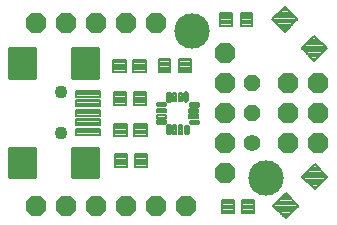
<source format=gts>
G75*
G70*
%OFA0B0*%
%FSLAX24Y24*%
%IPPOS*%
%LPD*%
%AMOC8*
5,1,8,0,0,1.08239X$1,22.5*
%
%ADD10C,0.1182*%
%ADD11C,0.0198*%
%ADD12C,0.0081*%
%ADD13C,0.0137*%
%ADD14C,0.0082*%
%ADD15C,0.0114*%
%ADD16C,0.0085*%
%ADD17C,0.0434*%
%ADD18C,0.0080*%
%ADD19OC8,0.0680*%
%ADD20C,0.0552*%
%ADD21OC8,0.0552*%
%ADD22C,0.0081*%
%ADD23C,0.0080*%
D10*
X009478Y001756D03*
X006988Y006636D03*
D11*
X006813Y004535D02*
X006813Y004359D01*
D12*
X006557Y004300D02*
X006557Y004594D01*
X006675Y004594D01*
X006675Y004300D01*
X006557Y004300D01*
X006557Y004380D02*
X006675Y004380D01*
X006675Y004460D02*
X006557Y004460D01*
X006557Y004540D02*
X006675Y004540D01*
X006360Y004594D02*
X006360Y004300D01*
X006360Y004594D02*
X006478Y004594D01*
X006478Y004300D01*
X006360Y004300D01*
X006360Y004380D02*
X006478Y004380D01*
X006478Y004460D02*
X006360Y004460D01*
X006360Y004540D02*
X006478Y004540D01*
X006912Y004063D02*
X006912Y003945D01*
X006912Y004063D02*
X007206Y004063D01*
X007206Y003945D01*
X006912Y003945D01*
X006912Y004025D02*
X007206Y004025D01*
X006912Y003866D02*
X006912Y003748D01*
X006912Y003866D02*
X007206Y003866D01*
X007206Y003748D01*
X006912Y003748D01*
X006912Y003828D02*
X007206Y003828D01*
X006557Y003511D02*
X006557Y003217D01*
X006557Y003511D02*
X006675Y003511D01*
X006675Y003217D01*
X006557Y003217D01*
X006557Y003297D02*
X006675Y003297D01*
X006675Y003377D02*
X006557Y003377D01*
X006557Y003457D02*
X006675Y003457D01*
X006360Y003511D02*
X006360Y003217D01*
X006360Y003511D02*
X006478Y003511D01*
X006478Y003217D01*
X006360Y003217D01*
X006360Y003297D02*
X006478Y003297D01*
X006478Y003377D02*
X006360Y003377D01*
X006360Y003457D02*
X006478Y003457D01*
D13*
X006196Y003481D02*
X006196Y003247D01*
X006196Y003481D02*
X006250Y003481D01*
X006250Y003247D01*
X006196Y003247D01*
X006196Y003383D02*
X006250Y003383D01*
X005859Y003583D02*
X005859Y003637D01*
X006093Y003637D01*
X006093Y003583D01*
X005859Y003583D01*
X005859Y004174D02*
X005859Y004228D01*
X006093Y004228D01*
X006093Y004174D01*
X005859Y004174D01*
X006196Y004330D02*
X006196Y004564D01*
X006250Y004564D01*
X006250Y004330D01*
X006196Y004330D01*
X006196Y004466D02*
X006250Y004466D01*
D14*
X005832Y004058D02*
X005832Y003950D01*
X005832Y004058D02*
X006120Y004058D01*
X006120Y003950D01*
X005832Y003950D01*
X005832Y004031D02*
X006120Y004031D01*
X005832Y003861D02*
X005832Y003753D01*
X005832Y003861D02*
X006120Y003861D01*
X006120Y003753D01*
X005832Y003753D01*
X005832Y003834D02*
X006120Y003834D01*
D15*
X006775Y003492D02*
X006775Y003236D01*
X006775Y003492D02*
X006851Y003492D01*
X006851Y003236D01*
X006775Y003236D01*
X006775Y003349D02*
X006851Y003349D01*
X006851Y003462D02*
X006775Y003462D01*
X006931Y003572D02*
X006931Y003648D01*
X007187Y003648D01*
X007187Y003572D01*
X006931Y003572D01*
X006931Y004163D02*
X006931Y004239D01*
X007187Y004239D01*
X007187Y004163D01*
X006931Y004163D01*
D16*
X003856Y005089D02*
X002994Y005089D01*
X002994Y006069D01*
X003856Y006069D01*
X003856Y005089D01*
X003856Y005173D02*
X002994Y005173D01*
X002994Y005257D02*
X003856Y005257D01*
X003856Y005341D02*
X002994Y005341D01*
X002994Y005425D02*
X003856Y005425D01*
X003856Y005509D02*
X002994Y005509D01*
X002994Y005593D02*
X003856Y005593D01*
X003856Y005677D02*
X002994Y005677D01*
X002994Y005761D02*
X003856Y005761D01*
X003856Y005845D02*
X002994Y005845D01*
X002994Y005929D02*
X003856Y005929D01*
X003856Y006013D02*
X002994Y006013D01*
X001770Y005089D02*
X000908Y005089D01*
X000908Y006069D01*
X001770Y006069D01*
X001770Y005089D01*
X001770Y005173D02*
X000908Y005173D01*
X000908Y005257D02*
X001770Y005257D01*
X001770Y005341D02*
X000908Y005341D01*
X000908Y005425D02*
X001770Y005425D01*
X001770Y005509D02*
X000908Y005509D01*
X000908Y005593D02*
X001770Y005593D01*
X001770Y005677D02*
X000908Y005677D01*
X000908Y005761D02*
X001770Y005761D01*
X001770Y005845D02*
X000908Y005845D01*
X000908Y005929D02*
X001770Y005929D01*
X001770Y006013D02*
X000908Y006013D01*
X000908Y001782D02*
X001770Y001782D01*
X000908Y001782D02*
X000908Y002762D01*
X001770Y002762D01*
X001770Y001782D01*
X001770Y001866D02*
X000908Y001866D01*
X000908Y001950D02*
X001770Y001950D01*
X001770Y002034D02*
X000908Y002034D01*
X000908Y002118D02*
X001770Y002118D01*
X001770Y002202D02*
X000908Y002202D01*
X000908Y002286D02*
X001770Y002286D01*
X001770Y002370D02*
X000908Y002370D01*
X000908Y002454D02*
X001770Y002454D01*
X001770Y002538D02*
X000908Y002538D01*
X000908Y002622D02*
X001770Y002622D01*
X001770Y002706D02*
X000908Y002706D01*
X002994Y001782D02*
X003856Y001782D01*
X002994Y001782D02*
X002994Y002762D01*
X003856Y002762D01*
X003856Y001782D01*
X003856Y001866D02*
X002994Y001866D01*
X002994Y001950D02*
X003856Y001950D01*
X003856Y002034D02*
X002994Y002034D01*
X002994Y002118D02*
X003856Y002118D01*
X003856Y002202D02*
X002994Y002202D01*
X002994Y002286D02*
X003856Y002286D01*
X003856Y002370D02*
X002994Y002370D01*
X002994Y002454D02*
X003856Y002454D01*
X003856Y002538D02*
X002994Y002538D01*
X002994Y002622D02*
X003856Y002622D01*
X003856Y002706D02*
X002994Y002706D01*
D17*
X002638Y003237D03*
X002638Y004614D03*
D18*
X003131Y004457D02*
X003917Y004457D01*
X003131Y004457D02*
X003131Y004653D01*
X003917Y004653D01*
X003917Y004457D01*
X003917Y004536D02*
X003131Y004536D01*
X003131Y004615D02*
X003917Y004615D01*
X003917Y004142D02*
X003131Y004142D01*
X003131Y004338D01*
X003917Y004338D01*
X003917Y004142D01*
X003917Y004221D02*
X003131Y004221D01*
X003131Y004300D02*
X003917Y004300D01*
X003917Y003828D02*
X003131Y003828D01*
X003131Y004024D01*
X003917Y004024D01*
X003917Y003828D01*
X003917Y003907D02*
X003131Y003907D01*
X003131Y003986D02*
X003917Y003986D01*
X003917Y003513D02*
X003131Y003513D01*
X003131Y003709D01*
X003917Y003709D01*
X003917Y003513D01*
X003917Y003592D02*
X003131Y003592D01*
X003131Y003671D02*
X003917Y003671D01*
X003917Y003198D02*
X003131Y003198D01*
X003131Y003394D01*
X003917Y003394D01*
X003917Y003198D01*
X003917Y003277D02*
X003131Y003277D01*
X003131Y003356D02*
X003917Y003356D01*
D19*
X001798Y000826D03*
X002798Y000826D03*
X003798Y000826D03*
X004798Y000826D03*
X005798Y000826D03*
X006798Y000826D03*
X008098Y001926D03*
X008098Y002926D03*
X008098Y003926D03*
X008098Y004926D03*
X008098Y005926D03*
X010198Y004926D03*
X011198Y004926D03*
X011198Y003926D03*
X010198Y003926D03*
X010198Y002926D03*
X011198Y002926D03*
X005798Y006926D03*
X004798Y006926D03*
X003798Y006926D03*
X002798Y006926D03*
X001798Y006926D03*
D20*
X008998Y002926D03*
D21*
X008998Y003926D03*
X008998Y004926D03*
D22*
X006949Y005270D02*
X006555Y005270D01*
X006555Y005702D01*
X006949Y005702D01*
X006949Y005270D01*
X006949Y005350D02*
X006555Y005350D01*
X006555Y005430D02*
X006949Y005430D01*
X006949Y005510D02*
X006555Y005510D01*
X006555Y005590D02*
X006949Y005590D01*
X006949Y005670D02*
X006555Y005670D01*
X006280Y005270D02*
X005886Y005270D01*
X005886Y005702D01*
X006280Y005702D01*
X006280Y005270D01*
X006280Y005350D02*
X005886Y005350D01*
X005886Y005430D02*
X006280Y005430D01*
X006280Y005510D02*
X005886Y005510D01*
X005886Y005590D02*
X006280Y005590D01*
X006280Y005670D02*
X005886Y005670D01*
X005478Y005683D02*
X005046Y005683D01*
X005478Y005683D02*
X005478Y005289D01*
X005046Y005289D01*
X005046Y005683D01*
X005046Y005369D02*
X005478Y005369D01*
X005478Y005449D02*
X005046Y005449D01*
X005046Y005529D02*
X005478Y005529D01*
X005478Y005609D02*
X005046Y005609D01*
X004809Y005683D02*
X004377Y005683D01*
X004809Y005683D02*
X004809Y005289D01*
X004377Y005289D01*
X004377Y005683D01*
X004377Y005369D02*
X004809Y005369D01*
X004809Y005449D02*
X004377Y005449D01*
X004377Y005529D02*
X004809Y005529D01*
X004809Y005609D02*
X004377Y005609D01*
X004406Y004190D02*
X004800Y004190D01*
X004406Y004190D02*
X004406Y004622D01*
X004800Y004622D01*
X004800Y004190D01*
X004800Y004270D02*
X004406Y004270D01*
X004406Y004350D02*
X004800Y004350D01*
X004800Y004430D02*
X004406Y004430D01*
X004406Y004510D02*
X004800Y004510D01*
X004800Y004590D02*
X004406Y004590D01*
X005075Y004190D02*
X005469Y004190D01*
X005075Y004190D02*
X005075Y004622D01*
X005469Y004622D01*
X005469Y004190D01*
X005469Y004270D02*
X005075Y004270D01*
X005075Y004350D02*
X005469Y004350D01*
X005469Y004430D02*
X005075Y004430D01*
X005075Y004510D02*
X005469Y004510D01*
X005469Y004590D02*
X005075Y004590D01*
X005066Y003553D02*
X005498Y003553D01*
X005498Y003159D01*
X005066Y003159D01*
X005066Y003553D01*
X005066Y003239D02*
X005498Y003239D01*
X005498Y003319D02*
X005066Y003319D01*
X005066Y003399D02*
X005498Y003399D01*
X005498Y003479D02*
X005066Y003479D01*
X004829Y003553D02*
X004397Y003553D01*
X004829Y003553D02*
X004829Y003159D01*
X004397Y003159D01*
X004397Y003553D01*
X004397Y003239D02*
X004829Y003239D01*
X004829Y003319D02*
X004397Y003319D01*
X004397Y003399D02*
X004829Y003399D01*
X004829Y003479D02*
X004397Y003479D01*
X004426Y002120D02*
X004820Y002120D01*
X004426Y002120D02*
X004426Y002552D01*
X004820Y002552D01*
X004820Y002120D01*
X004820Y002200D02*
X004426Y002200D01*
X004426Y002280D02*
X004820Y002280D01*
X004820Y002360D02*
X004426Y002360D01*
X004426Y002440D02*
X004820Y002440D01*
X004820Y002520D02*
X004426Y002520D01*
X005095Y002120D02*
X005489Y002120D01*
X005095Y002120D02*
X005095Y002552D01*
X005489Y002552D01*
X005489Y002120D01*
X005489Y002200D02*
X005095Y002200D01*
X005095Y002280D02*
X005489Y002280D01*
X005489Y002360D02*
X005095Y002360D01*
X005095Y002440D02*
X005489Y002440D01*
X005489Y002520D02*
X005095Y002520D01*
X007996Y000580D02*
X008390Y000580D01*
X007996Y000580D02*
X007996Y001012D01*
X008390Y001012D01*
X008390Y000580D01*
X008390Y000660D02*
X007996Y000660D01*
X007996Y000740D02*
X008390Y000740D01*
X008390Y000820D02*
X007996Y000820D01*
X007996Y000900D02*
X008390Y000900D01*
X008390Y000980D02*
X007996Y000980D01*
X008665Y000580D02*
X009059Y000580D01*
X008665Y000580D02*
X008665Y001012D01*
X009059Y001012D01*
X009059Y000580D01*
X009059Y000660D02*
X008665Y000660D01*
X008665Y000740D02*
X009059Y000740D01*
X009059Y000820D02*
X008665Y000820D01*
X008665Y000900D02*
X009059Y000900D01*
X009059Y000980D02*
X008665Y000980D01*
X008615Y006830D02*
X009009Y006830D01*
X008615Y006830D02*
X008615Y007262D01*
X009009Y007262D01*
X009009Y006830D01*
X009009Y006910D02*
X008615Y006910D01*
X008615Y006990D02*
X009009Y006990D01*
X009009Y007070D02*
X008615Y007070D01*
X008615Y007150D02*
X009009Y007150D01*
X009009Y007230D02*
X008615Y007230D01*
X008340Y006830D02*
X007946Y006830D01*
X007946Y007262D01*
X008340Y007262D01*
X008340Y006830D01*
X008340Y006910D02*
X007946Y006910D01*
X007946Y006990D02*
X008340Y006990D01*
X008340Y007070D02*
X007946Y007070D01*
X007946Y007150D02*
X008340Y007150D01*
X008340Y007230D02*
X007946Y007230D01*
D23*
X009674Y007043D02*
X010091Y007460D01*
X010508Y007043D01*
X010091Y006626D01*
X009674Y007043D01*
X010012Y006705D02*
X010170Y006705D01*
X010249Y006784D02*
X009933Y006784D01*
X009854Y006863D02*
X010328Y006863D01*
X010407Y006942D02*
X009775Y006942D01*
X009696Y007021D02*
X010486Y007021D01*
X010451Y007100D02*
X009731Y007100D01*
X009810Y007179D02*
X010372Y007179D01*
X010293Y007258D02*
X009889Y007258D01*
X009968Y007337D02*
X010214Y007337D01*
X010135Y007416D02*
X010047Y007416D01*
X011065Y006485D02*
X010648Y006068D01*
X011065Y006485D02*
X011482Y006068D01*
X011065Y005651D01*
X010648Y006068D01*
X010986Y005730D02*
X011144Y005730D01*
X011223Y005809D02*
X010907Y005809D01*
X010828Y005888D02*
X011302Y005888D01*
X011381Y005967D02*
X010749Y005967D01*
X010670Y006046D02*
X011460Y006046D01*
X011425Y006125D02*
X010705Y006125D01*
X010784Y006204D02*
X011346Y006204D01*
X011267Y006283D02*
X010863Y006283D01*
X010942Y006362D02*
X011188Y006362D01*
X011109Y006441D02*
X011021Y006441D01*
X010678Y001793D02*
X011095Y001376D01*
X010678Y001793D02*
X011095Y002210D01*
X011512Y001793D01*
X011095Y001376D01*
X011174Y001455D02*
X011016Y001455D01*
X010937Y001534D02*
X011253Y001534D01*
X011332Y001613D02*
X010858Y001613D01*
X010779Y001692D02*
X011411Y001692D01*
X011490Y001771D02*
X010700Y001771D01*
X010735Y001850D02*
X011455Y001850D01*
X011376Y001929D02*
X010814Y001929D01*
X010893Y002008D02*
X011297Y002008D01*
X011218Y002087D02*
X010972Y002087D01*
X011051Y002166D02*
X011139Y002166D01*
X009704Y000818D02*
X010121Y000401D01*
X009704Y000818D02*
X010121Y001235D01*
X010538Y000818D01*
X010121Y000401D01*
X010200Y000480D02*
X010042Y000480D01*
X009963Y000559D02*
X010279Y000559D01*
X010358Y000638D02*
X009884Y000638D01*
X009805Y000717D02*
X010437Y000717D01*
X010516Y000796D02*
X009726Y000796D01*
X009761Y000875D02*
X010481Y000875D01*
X010402Y000954D02*
X009840Y000954D01*
X009919Y001033D02*
X010323Y001033D01*
X010244Y001112D02*
X009998Y001112D01*
X010077Y001191D02*
X010165Y001191D01*
M02*

</source>
